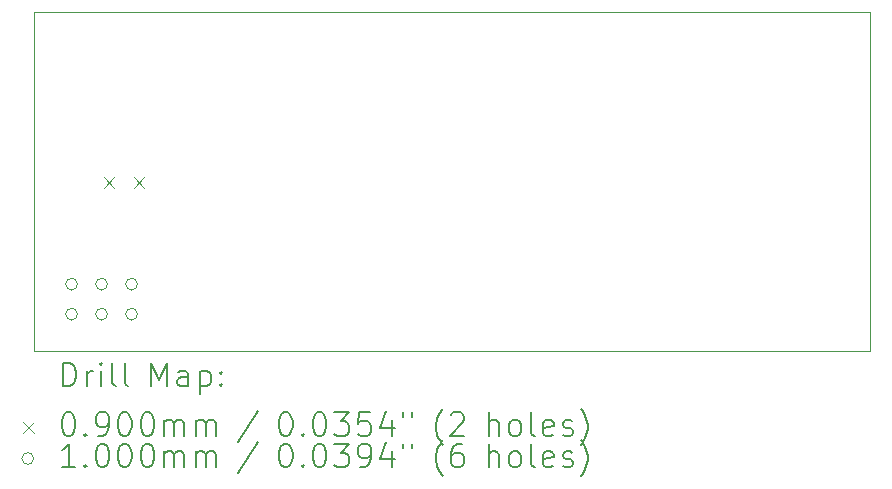
<source format=gbr>
%TF.GenerationSoftware,KiCad,Pcbnew,(6.99.0-2452-gdb4f2d9dd8)*%
%TF.CreationDate,2022-08-02T17:30:32-05:00*%
%TF.ProjectId,Blue Origin,426c7565-204f-4726-9967-696e2e6b6963,rev?*%
%TF.SameCoordinates,Original*%
%TF.FileFunction,Drillmap*%
%TF.FilePolarity,Positive*%
%FSLAX45Y45*%
G04 Gerber Fmt 4.5, Leading zero omitted, Abs format (unit mm)*
G04 Created by KiCad (PCBNEW (6.99.0-2452-gdb4f2d9dd8)) date 2022-08-02 17:30:32*
%MOMM*%
%LPD*%
G01*
G04 APERTURE LIST*
%ADD10C,0.100000*%
%ADD11C,0.200000*%
%ADD12C,0.090000*%
G04 APERTURE END LIST*
D10*
X10000000Y-4630000D02*
X17080000Y-4630000D01*
X17080000Y-4630000D02*
X17080000Y-7500000D01*
X17080000Y-7500000D02*
X10000000Y-7500000D01*
X10000000Y-7500000D02*
X10000000Y-4630000D01*
D11*
D12*
X10588000Y-6025000D02*
X10678000Y-6115000D01*
X10678000Y-6025000D02*
X10588000Y-6115000D01*
X10842000Y-6025000D02*
X10932000Y-6115000D01*
X10932000Y-6025000D02*
X10842000Y-6115000D01*
D10*
X10366000Y-6933000D02*
G75*
G03*
X10366000Y-6933000I-50000J0D01*
G01*
X10366000Y-7187000D02*
G75*
G03*
X10366000Y-7187000I-50000J0D01*
G01*
X10620000Y-6933000D02*
G75*
G03*
X10620000Y-6933000I-50000J0D01*
G01*
X10620000Y-7187000D02*
G75*
G03*
X10620000Y-7187000I-50000J0D01*
G01*
X10874000Y-6933000D02*
G75*
G03*
X10874000Y-6933000I-50000J0D01*
G01*
X10874000Y-7187000D02*
G75*
G03*
X10874000Y-7187000I-50000J0D01*
G01*
D11*
X10242619Y-7798476D02*
X10242619Y-7598476D01*
X10242619Y-7598476D02*
X10290238Y-7598476D01*
X10290238Y-7598476D02*
X10318810Y-7608000D01*
X10318810Y-7608000D02*
X10337857Y-7627048D01*
X10337857Y-7627048D02*
X10347381Y-7646095D01*
X10347381Y-7646095D02*
X10356905Y-7684190D01*
X10356905Y-7684190D02*
X10356905Y-7712762D01*
X10356905Y-7712762D02*
X10347381Y-7750857D01*
X10347381Y-7750857D02*
X10337857Y-7769905D01*
X10337857Y-7769905D02*
X10318810Y-7788952D01*
X10318810Y-7788952D02*
X10290238Y-7798476D01*
X10290238Y-7798476D02*
X10242619Y-7798476D01*
X10442619Y-7798476D02*
X10442619Y-7665143D01*
X10442619Y-7703238D02*
X10452143Y-7684190D01*
X10452143Y-7684190D02*
X10461667Y-7674667D01*
X10461667Y-7674667D02*
X10480714Y-7665143D01*
X10480714Y-7665143D02*
X10499762Y-7665143D01*
X10566429Y-7798476D02*
X10566429Y-7665143D01*
X10566429Y-7598476D02*
X10556905Y-7608000D01*
X10556905Y-7608000D02*
X10566429Y-7617524D01*
X10566429Y-7617524D02*
X10575952Y-7608000D01*
X10575952Y-7608000D02*
X10566429Y-7598476D01*
X10566429Y-7598476D02*
X10566429Y-7617524D01*
X10690238Y-7798476D02*
X10671190Y-7788952D01*
X10671190Y-7788952D02*
X10661667Y-7769905D01*
X10661667Y-7769905D02*
X10661667Y-7598476D01*
X10795000Y-7798476D02*
X10775952Y-7788952D01*
X10775952Y-7788952D02*
X10766429Y-7769905D01*
X10766429Y-7769905D02*
X10766429Y-7598476D01*
X10991190Y-7798476D02*
X10991190Y-7598476D01*
X10991190Y-7598476D02*
X11057857Y-7741333D01*
X11057857Y-7741333D02*
X11124524Y-7598476D01*
X11124524Y-7598476D02*
X11124524Y-7798476D01*
X11305476Y-7798476D02*
X11305476Y-7693714D01*
X11305476Y-7693714D02*
X11295952Y-7674667D01*
X11295952Y-7674667D02*
X11276905Y-7665143D01*
X11276905Y-7665143D02*
X11238809Y-7665143D01*
X11238809Y-7665143D02*
X11219762Y-7674667D01*
X11305476Y-7788952D02*
X11286428Y-7798476D01*
X11286428Y-7798476D02*
X11238809Y-7798476D01*
X11238809Y-7798476D02*
X11219762Y-7788952D01*
X11219762Y-7788952D02*
X11210238Y-7769905D01*
X11210238Y-7769905D02*
X11210238Y-7750857D01*
X11210238Y-7750857D02*
X11219762Y-7731809D01*
X11219762Y-7731809D02*
X11238809Y-7722286D01*
X11238809Y-7722286D02*
X11286428Y-7722286D01*
X11286428Y-7722286D02*
X11305476Y-7712762D01*
X11400714Y-7665143D02*
X11400714Y-7865143D01*
X11400714Y-7674667D02*
X11419762Y-7665143D01*
X11419762Y-7665143D02*
X11457857Y-7665143D01*
X11457857Y-7665143D02*
X11476905Y-7674667D01*
X11476905Y-7674667D02*
X11486428Y-7684190D01*
X11486428Y-7684190D02*
X11495952Y-7703238D01*
X11495952Y-7703238D02*
X11495952Y-7760381D01*
X11495952Y-7760381D02*
X11486428Y-7779428D01*
X11486428Y-7779428D02*
X11476905Y-7788952D01*
X11476905Y-7788952D02*
X11457857Y-7798476D01*
X11457857Y-7798476D02*
X11419762Y-7798476D01*
X11419762Y-7798476D02*
X11400714Y-7788952D01*
X11581667Y-7779428D02*
X11591190Y-7788952D01*
X11591190Y-7788952D02*
X11581667Y-7798476D01*
X11581667Y-7798476D02*
X11572143Y-7788952D01*
X11572143Y-7788952D02*
X11581667Y-7779428D01*
X11581667Y-7779428D02*
X11581667Y-7798476D01*
X11581667Y-7674667D02*
X11591190Y-7684190D01*
X11591190Y-7684190D02*
X11581667Y-7693714D01*
X11581667Y-7693714D02*
X11572143Y-7684190D01*
X11572143Y-7684190D02*
X11581667Y-7674667D01*
X11581667Y-7674667D02*
X11581667Y-7693714D01*
D12*
X9905000Y-8100000D02*
X9995000Y-8190000D01*
X9995000Y-8100000D02*
X9905000Y-8190000D01*
D11*
X10280714Y-8018476D02*
X10299762Y-8018476D01*
X10299762Y-8018476D02*
X10318810Y-8028000D01*
X10318810Y-8028000D02*
X10328333Y-8037524D01*
X10328333Y-8037524D02*
X10337857Y-8056571D01*
X10337857Y-8056571D02*
X10347381Y-8094667D01*
X10347381Y-8094667D02*
X10347381Y-8142286D01*
X10347381Y-8142286D02*
X10337857Y-8180381D01*
X10337857Y-8180381D02*
X10328333Y-8199428D01*
X10328333Y-8199428D02*
X10318810Y-8208952D01*
X10318810Y-8208952D02*
X10299762Y-8218476D01*
X10299762Y-8218476D02*
X10280714Y-8218476D01*
X10280714Y-8218476D02*
X10261667Y-8208952D01*
X10261667Y-8208952D02*
X10252143Y-8199428D01*
X10252143Y-8199428D02*
X10242619Y-8180381D01*
X10242619Y-8180381D02*
X10233095Y-8142286D01*
X10233095Y-8142286D02*
X10233095Y-8094667D01*
X10233095Y-8094667D02*
X10242619Y-8056571D01*
X10242619Y-8056571D02*
X10252143Y-8037524D01*
X10252143Y-8037524D02*
X10261667Y-8028000D01*
X10261667Y-8028000D02*
X10280714Y-8018476D01*
X10433095Y-8199428D02*
X10442619Y-8208952D01*
X10442619Y-8208952D02*
X10433095Y-8218476D01*
X10433095Y-8218476D02*
X10423571Y-8208952D01*
X10423571Y-8208952D02*
X10433095Y-8199428D01*
X10433095Y-8199428D02*
X10433095Y-8218476D01*
X10537857Y-8218476D02*
X10575952Y-8218476D01*
X10575952Y-8218476D02*
X10595000Y-8208952D01*
X10595000Y-8208952D02*
X10604524Y-8199428D01*
X10604524Y-8199428D02*
X10623571Y-8170857D01*
X10623571Y-8170857D02*
X10633095Y-8132762D01*
X10633095Y-8132762D02*
X10633095Y-8056571D01*
X10633095Y-8056571D02*
X10623571Y-8037524D01*
X10623571Y-8037524D02*
X10614048Y-8028000D01*
X10614048Y-8028000D02*
X10595000Y-8018476D01*
X10595000Y-8018476D02*
X10556905Y-8018476D01*
X10556905Y-8018476D02*
X10537857Y-8028000D01*
X10537857Y-8028000D02*
X10528333Y-8037524D01*
X10528333Y-8037524D02*
X10518810Y-8056571D01*
X10518810Y-8056571D02*
X10518810Y-8104190D01*
X10518810Y-8104190D02*
X10528333Y-8123238D01*
X10528333Y-8123238D02*
X10537857Y-8132762D01*
X10537857Y-8132762D02*
X10556905Y-8142286D01*
X10556905Y-8142286D02*
X10595000Y-8142286D01*
X10595000Y-8142286D02*
X10614048Y-8132762D01*
X10614048Y-8132762D02*
X10623571Y-8123238D01*
X10623571Y-8123238D02*
X10633095Y-8104190D01*
X10756905Y-8018476D02*
X10775952Y-8018476D01*
X10775952Y-8018476D02*
X10795000Y-8028000D01*
X10795000Y-8028000D02*
X10804524Y-8037524D01*
X10804524Y-8037524D02*
X10814048Y-8056571D01*
X10814048Y-8056571D02*
X10823571Y-8094667D01*
X10823571Y-8094667D02*
X10823571Y-8142286D01*
X10823571Y-8142286D02*
X10814048Y-8180381D01*
X10814048Y-8180381D02*
X10804524Y-8199428D01*
X10804524Y-8199428D02*
X10795000Y-8208952D01*
X10795000Y-8208952D02*
X10775952Y-8218476D01*
X10775952Y-8218476D02*
X10756905Y-8218476D01*
X10756905Y-8218476D02*
X10737857Y-8208952D01*
X10737857Y-8208952D02*
X10728333Y-8199428D01*
X10728333Y-8199428D02*
X10718810Y-8180381D01*
X10718810Y-8180381D02*
X10709286Y-8142286D01*
X10709286Y-8142286D02*
X10709286Y-8094667D01*
X10709286Y-8094667D02*
X10718810Y-8056571D01*
X10718810Y-8056571D02*
X10728333Y-8037524D01*
X10728333Y-8037524D02*
X10737857Y-8028000D01*
X10737857Y-8028000D02*
X10756905Y-8018476D01*
X10947381Y-8018476D02*
X10966429Y-8018476D01*
X10966429Y-8018476D02*
X10985476Y-8028000D01*
X10985476Y-8028000D02*
X10995000Y-8037524D01*
X10995000Y-8037524D02*
X11004524Y-8056571D01*
X11004524Y-8056571D02*
X11014048Y-8094667D01*
X11014048Y-8094667D02*
X11014048Y-8142286D01*
X11014048Y-8142286D02*
X11004524Y-8180381D01*
X11004524Y-8180381D02*
X10995000Y-8199428D01*
X10995000Y-8199428D02*
X10985476Y-8208952D01*
X10985476Y-8208952D02*
X10966429Y-8218476D01*
X10966429Y-8218476D02*
X10947381Y-8218476D01*
X10947381Y-8218476D02*
X10928333Y-8208952D01*
X10928333Y-8208952D02*
X10918810Y-8199428D01*
X10918810Y-8199428D02*
X10909286Y-8180381D01*
X10909286Y-8180381D02*
X10899762Y-8142286D01*
X10899762Y-8142286D02*
X10899762Y-8094667D01*
X10899762Y-8094667D02*
X10909286Y-8056571D01*
X10909286Y-8056571D02*
X10918810Y-8037524D01*
X10918810Y-8037524D02*
X10928333Y-8028000D01*
X10928333Y-8028000D02*
X10947381Y-8018476D01*
X11099762Y-8218476D02*
X11099762Y-8085143D01*
X11099762Y-8104190D02*
X11109286Y-8094667D01*
X11109286Y-8094667D02*
X11128333Y-8085143D01*
X11128333Y-8085143D02*
X11156905Y-8085143D01*
X11156905Y-8085143D02*
X11175952Y-8094667D01*
X11175952Y-8094667D02*
X11185476Y-8113714D01*
X11185476Y-8113714D02*
X11185476Y-8218476D01*
X11185476Y-8113714D02*
X11195000Y-8094667D01*
X11195000Y-8094667D02*
X11214048Y-8085143D01*
X11214048Y-8085143D02*
X11242619Y-8085143D01*
X11242619Y-8085143D02*
X11261667Y-8094667D01*
X11261667Y-8094667D02*
X11271190Y-8113714D01*
X11271190Y-8113714D02*
X11271190Y-8218476D01*
X11366429Y-8218476D02*
X11366429Y-8085143D01*
X11366429Y-8104190D02*
X11375952Y-8094667D01*
X11375952Y-8094667D02*
X11395000Y-8085143D01*
X11395000Y-8085143D02*
X11423571Y-8085143D01*
X11423571Y-8085143D02*
X11442619Y-8094667D01*
X11442619Y-8094667D02*
X11452143Y-8113714D01*
X11452143Y-8113714D02*
X11452143Y-8218476D01*
X11452143Y-8113714D02*
X11461667Y-8094667D01*
X11461667Y-8094667D02*
X11480714Y-8085143D01*
X11480714Y-8085143D02*
X11509286Y-8085143D01*
X11509286Y-8085143D02*
X11528333Y-8094667D01*
X11528333Y-8094667D02*
X11537857Y-8113714D01*
X11537857Y-8113714D02*
X11537857Y-8218476D01*
X11895952Y-8008952D02*
X11724524Y-8266095D01*
X12120714Y-8018476D02*
X12139762Y-8018476D01*
X12139762Y-8018476D02*
X12158810Y-8028000D01*
X12158810Y-8028000D02*
X12168333Y-8037524D01*
X12168333Y-8037524D02*
X12177857Y-8056571D01*
X12177857Y-8056571D02*
X12187381Y-8094667D01*
X12187381Y-8094667D02*
X12187381Y-8142286D01*
X12187381Y-8142286D02*
X12177857Y-8180381D01*
X12177857Y-8180381D02*
X12168333Y-8199428D01*
X12168333Y-8199428D02*
X12158810Y-8208952D01*
X12158810Y-8208952D02*
X12139762Y-8218476D01*
X12139762Y-8218476D02*
X12120714Y-8218476D01*
X12120714Y-8218476D02*
X12101667Y-8208952D01*
X12101667Y-8208952D02*
X12092143Y-8199428D01*
X12092143Y-8199428D02*
X12082619Y-8180381D01*
X12082619Y-8180381D02*
X12073095Y-8142286D01*
X12073095Y-8142286D02*
X12073095Y-8094667D01*
X12073095Y-8094667D02*
X12082619Y-8056571D01*
X12082619Y-8056571D02*
X12092143Y-8037524D01*
X12092143Y-8037524D02*
X12101667Y-8028000D01*
X12101667Y-8028000D02*
X12120714Y-8018476D01*
X12273095Y-8199428D02*
X12282619Y-8208952D01*
X12282619Y-8208952D02*
X12273095Y-8218476D01*
X12273095Y-8218476D02*
X12263571Y-8208952D01*
X12263571Y-8208952D02*
X12273095Y-8199428D01*
X12273095Y-8199428D02*
X12273095Y-8218476D01*
X12406429Y-8018476D02*
X12425476Y-8018476D01*
X12425476Y-8018476D02*
X12444524Y-8028000D01*
X12444524Y-8028000D02*
X12454048Y-8037524D01*
X12454048Y-8037524D02*
X12463571Y-8056571D01*
X12463571Y-8056571D02*
X12473095Y-8094667D01*
X12473095Y-8094667D02*
X12473095Y-8142286D01*
X12473095Y-8142286D02*
X12463571Y-8180381D01*
X12463571Y-8180381D02*
X12454048Y-8199428D01*
X12454048Y-8199428D02*
X12444524Y-8208952D01*
X12444524Y-8208952D02*
X12425476Y-8218476D01*
X12425476Y-8218476D02*
X12406429Y-8218476D01*
X12406429Y-8218476D02*
X12387381Y-8208952D01*
X12387381Y-8208952D02*
X12377857Y-8199428D01*
X12377857Y-8199428D02*
X12368333Y-8180381D01*
X12368333Y-8180381D02*
X12358810Y-8142286D01*
X12358810Y-8142286D02*
X12358810Y-8094667D01*
X12358810Y-8094667D02*
X12368333Y-8056571D01*
X12368333Y-8056571D02*
X12377857Y-8037524D01*
X12377857Y-8037524D02*
X12387381Y-8028000D01*
X12387381Y-8028000D02*
X12406429Y-8018476D01*
X12539762Y-8018476D02*
X12663571Y-8018476D01*
X12663571Y-8018476D02*
X12596905Y-8094667D01*
X12596905Y-8094667D02*
X12625476Y-8094667D01*
X12625476Y-8094667D02*
X12644524Y-8104190D01*
X12644524Y-8104190D02*
X12654048Y-8113714D01*
X12654048Y-8113714D02*
X12663571Y-8132762D01*
X12663571Y-8132762D02*
X12663571Y-8180381D01*
X12663571Y-8180381D02*
X12654048Y-8199428D01*
X12654048Y-8199428D02*
X12644524Y-8208952D01*
X12644524Y-8208952D02*
X12625476Y-8218476D01*
X12625476Y-8218476D02*
X12568333Y-8218476D01*
X12568333Y-8218476D02*
X12549286Y-8208952D01*
X12549286Y-8208952D02*
X12539762Y-8199428D01*
X12844524Y-8018476D02*
X12749286Y-8018476D01*
X12749286Y-8018476D02*
X12739762Y-8113714D01*
X12739762Y-8113714D02*
X12749286Y-8104190D01*
X12749286Y-8104190D02*
X12768333Y-8094667D01*
X12768333Y-8094667D02*
X12815952Y-8094667D01*
X12815952Y-8094667D02*
X12835000Y-8104190D01*
X12835000Y-8104190D02*
X12844524Y-8113714D01*
X12844524Y-8113714D02*
X12854048Y-8132762D01*
X12854048Y-8132762D02*
X12854048Y-8180381D01*
X12854048Y-8180381D02*
X12844524Y-8199428D01*
X12844524Y-8199428D02*
X12835000Y-8208952D01*
X12835000Y-8208952D02*
X12815952Y-8218476D01*
X12815952Y-8218476D02*
X12768333Y-8218476D01*
X12768333Y-8218476D02*
X12749286Y-8208952D01*
X12749286Y-8208952D02*
X12739762Y-8199428D01*
X13025476Y-8085143D02*
X13025476Y-8218476D01*
X12977857Y-8008952D02*
X12930238Y-8151809D01*
X12930238Y-8151809D02*
X13054048Y-8151809D01*
X13120714Y-8018476D02*
X13120714Y-8056571D01*
X13196905Y-8018476D02*
X13196905Y-8056571D01*
X13459762Y-8294667D02*
X13450238Y-8285143D01*
X13450238Y-8285143D02*
X13431191Y-8256571D01*
X13431191Y-8256571D02*
X13421667Y-8237524D01*
X13421667Y-8237524D02*
X13412143Y-8208952D01*
X13412143Y-8208952D02*
X13402619Y-8161333D01*
X13402619Y-8161333D02*
X13402619Y-8123238D01*
X13402619Y-8123238D02*
X13412143Y-8075619D01*
X13412143Y-8075619D02*
X13421667Y-8047048D01*
X13421667Y-8047048D02*
X13431191Y-8028000D01*
X13431191Y-8028000D02*
X13450238Y-7999428D01*
X13450238Y-7999428D02*
X13459762Y-7989905D01*
X13526429Y-8037524D02*
X13535952Y-8028000D01*
X13535952Y-8028000D02*
X13555000Y-8018476D01*
X13555000Y-8018476D02*
X13602619Y-8018476D01*
X13602619Y-8018476D02*
X13621667Y-8028000D01*
X13621667Y-8028000D02*
X13631191Y-8037524D01*
X13631191Y-8037524D02*
X13640714Y-8056571D01*
X13640714Y-8056571D02*
X13640714Y-8075619D01*
X13640714Y-8075619D02*
X13631191Y-8104190D01*
X13631191Y-8104190D02*
X13516905Y-8218476D01*
X13516905Y-8218476D02*
X13640714Y-8218476D01*
X13846429Y-8218476D02*
X13846429Y-8018476D01*
X13932143Y-8218476D02*
X13932143Y-8113714D01*
X13932143Y-8113714D02*
X13922619Y-8094667D01*
X13922619Y-8094667D02*
X13903572Y-8085143D01*
X13903572Y-8085143D02*
X13875000Y-8085143D01*
X13875000Y-8085143D02*
X13855952Y-8094667D01*
X13855952Y-8094667D02*
X13846429Y-8104190D01*
X14055952Y-8218476D02*
X14036905Y-8208952D01*
X14036905Y-8208952D02*
X14027381Y-8199428D01*
X14027381Y-8199428D02*
X14017857Y-8180381D01*
X14017857Y-8180381D02*
X14017857Y-8123238D01*
X14017857Y-8123238D02*
X14027381Y-8104190D01*
X14027381Y-8104190D02*
X14036905Y-8094667D01*
X14036905Y-8094667D02*
X14055952Y-8085143D01*
X14055952Y-8085143D02*
X14084524Y-8085143D01*
X14084524Y-8085143D02*
X14103572Y-8094667D01*
X14103572Y-8094667D02*
X14113095Y-8104190D01*
X14113095Y-8104190D02*
X14122619Y-8123238D01*
X14122619Y-8123238D02*
X14122619Y-8180381D01*
X14122619Y-8180381D02*
X14113095Y-8199428D01*
X14113095Y-8199428D02*
X14103572Y-8208952D01*
X14103572Y-8208952D02*
X14084524Y-8218476D01*
X14084524Y-8218476D02*
X14055952Y-8218476D01*
X14236905Y-8218476D02*
X14217857Y-8208952D01*
X14217857Y-8208952D02*
X14208333Y-8189905D01*
X14208333Y-8189905D02*
X14208333Y-8018476D01*
X14389286Y-8208952D02*
X14370238Y-8218476D01*
X14370238Y-8218476D02*
X14332143Y-8218476D01*
X14332143Y-8218476D02*
X14313095Y-8208952D01*
X14313095Y-8208952D02*
X14303572Y-8189905D01*
X14303572Y-8189905D02*
X14303572Y-8113714D01*
X14303572Y-8113714D02*
X14313095Y-8094667D01*
X14313095Y-8094667D02*
X14332143Y-8085143D01*
X14332143Y-8085143D02*
X14370238Y-8085143D01*
X14370238Y-8085143D02*
X14389286Y-8094667D01*
X14389286Y-8094667D02*
X14398810Y-8113714D01*
X14398810Y-8113714D02*
X14398810Y-8132762D01*
X14398810Y-8132762D02*
X14303572Y-8151809D01*
X14475000Y-8208952D02*
X14494048Y-8218476D01*
X14494048Y-8218476D02*
X14532143Y-8218476D01*
X14532143Y-8218476D02*
X14551191Y-8208952D01*
X14551191Y-8208952D02*
X14560714Y-8189905D01*
X14560714Y-8189905D02*
X14560714Y-8180381D01*
X14560714Y-8180381D02*
X14551191Y-8161333D01*
X14551191Y-8161333D02*
X14532143Y-8151809D01*
X14532143Y-8151809D02*
X14503572Y-8151809D01*
X14503572Y-8151809D02*
X14484524Y-8142286D01*
X14484524Y-8142286D02*
X14475000Y-8123238D01*
X14475000Y-8123238D02*
X14475000Y-8113714D01*
X14475000Y-8113714D02*
X14484524Y-8094667D01*
X14484524Y-8094667D02*
X14503572Y-8085143D01*
X14503572Y-8085143D02*
X14532143Y-8085143D01*
X14532143Y-8085143D02*
X14551191Y-8094667D01*
X14627381Y-8294667D02*
X14636905Y-8285143D01*
X14636905Y-8285143D02*
X14655953Y-8256571D01*
X14655953Y-8256571D02*
X14665476Y-8237524D01*
X14665476Y-8237524D02*
X14675000Y-8208952D01*
X14675000Y-8208952D02*
X14684524Y-8161333D01*
X14684524Y-8161333D02*
X14684524Y-8123238D01*
X14684524Y-8123238D02*
X14675000Y-8075619D01*
X14675000Y-8075619D02*
X14665476Y-8047048D01*
X14665476Y-8047048D02*
X14655953Y-8028000D01*
X14655953Y-8028000D02*
X14636905Y-7999428D01*
X14636905Y-7999428D02*
X14627381Y-7989905D01*
D10*
X9995000Y-8409000D02*
G75*
G03*
X9995000Y-8409000I-50000J0D01*
G01*
D11*
X10347381Y-8482476D02*
X10233095Y-8482476D01*
X10290238Y-8482476D02*
X10290238Y-8282476D01*
X10290238Y-8282476D02*
X10271190Y-8311048D01*
X10271190Y-8311048D02*
X10252143Y-8330095D01*
X10252143Y-8330095D02*
X10233095Y-8339619D01*
X10433095Y-8463429D02*
X10442619Y-8472952D01*
X10442619Y-8472952D02*
X10433095Y-8482476D01*
X10433095Y-8482476D02*
X10423571Y-8472952D01*
X10423571Y-8472952D02*
X10433095Y-8463429D01*
X10433095Y-8463429D02*
X10433095Y-8482476D01*
X10566429Y-8282476D02*
X10585476Y-8282476D01*
X10585476Y-8282476D02*
X10604524Y-8292000D01*
X10604524Y-8292000D02*
X10614048Y-8301524D01*
X10614048Y-8301524D02*
X10623571Y-8320571D01*
X10623571Y-8320571D02*
X10633095Y-8358667D01*
X10633095Y-8358667D02*
X10633095Y-8406286D01*
X10633095Y-8406286D02*
X10623571Y-8444381D01*
X10623571Y-8444381D02*
X10614048Y-8463429D01*
X10614048Y-8463429D02*
X10604524Y-8472952D01*
X10604524Y-8472952D02*
X10585476Y-8482476D01*
X10585476Y-8482476D02*
X10566429Y-8482476D01*
X10566429Y-8482476D02*
X10547381Y-8472952D01*
X10547381Y-8472952D02*
X10537857Y-8463429D01*
X10537857Y-8463429D02*
X10528333Y-8444381D01*
X10528333Y-8444381D02*
X10518810Y-8406286D01*
X10518810Y-8406286D02*
X10518810Y-8358667D01*
X10518810Y-8358667D02*
X10528333Y-8320571D01*
X10528333Y-8320571D02*
X10537857Y-8301524D01*
X10537857Y-8301524D02*
X10547381Y-8292000D01*
X10547381Y-8292000D02*
X10566429Y-8282476D01*
X10756905Y-8282476D02*
X10775952Y-8282476D01*
X10775952Y-8282476D02*
X10795000Y-8292000D01*
X10795000Y-8292000D02*
X10804524Y-8301524D01*
X10804524Y-8301524D02*
X10814048Y-8320571D01*
X10814048Y-8320571D02*
X10823571Y-8358667D01*
X10823571Y-8358667D02*
X10823571Y-8406286D01*
X10823571Y-8406286D02*
X10814048Y-8444381D01*
X10814048Y-8444381D02*
X10804524Y-8463429D01*
X10804524Y-8463429D02*
X10795000Y-8472952D01*
X10795000Y-8472952D02*
X10775952Y-8482476D01*
X10775952Y-8482476D02*
X10756905Y-8482476D01*
X10756905Y-8482476D02*
X10737857Y-8472952D01*
X10737857Y-8472952D02*
X10728333Y-8463429D01*
X10728333Y-8463429D02*
X10718810Y-8444381D01*
X10718810Y-8444381D02*
X10709286Y-8406286D01*
X10709286Y-8406286D02*
X10709286Y-8358667D01*
X10709286Y-8358667D02*
X10718810Y-8320571D01*
X10718810Y-8320571D02*
X10728333Y-8301524D01*
X10728333Y-8301524D02*
X10737857Y-8292000D01*
X10737857Y-8292000D02*
X10756905Y-8282476D01*
X10947381Y-8282476D02*
X10966429Y-8282476D01*
X10966429Y-8282476D02*
X10985476Y-8292000D01*
X10985476Y-8292000D02*
X10995000Y-8301524D01*
X10995000Y-8301524D02*
X11004524Y-8320571D01*
X11004524Y-8320571D02*
X11014048Y-8358667D01*
X11014048Y-8358667D02*
X11014048Y-8406286D01*
X11014048Y-8406286D02*
X11004524Y-8444381D01*
X11004524Y-8444381D02*
X10995000Y-8463429D01*
X10995000Y-8463429D02*
X10985476Y-8472952D01*
X10985476Y-8472952D02*
X10966429Y-8482476D01*
X10966429Y-8482476D02*
X10947381Y-8482476D01*
X10947381Y-8482476D02*
X10928333Y-8472952D01*
X10928333Y-8472952D02*
X10918810Y-8463429D01*
X10918810Y-8463429D02*
X10909286Y-8444381D01*
X10909286Y-8444381D02*
X10899762Y-8406286D01*
X10899762Y-8406286D02*
X10899762Y-8358667D01*
X10899762Y-8358667D02*
X10909286Y-8320571D01*
X10909286Y-8320571D02*
X10918810Y-8301524D01*
X10918810Y-8301524D02*
X10928333Y-8292000D01*
X10928333Y-8292000D02*
X10947381Y-8282476D01*
X11099762Y-8482476D02*
X11099762Y-8349143D01*
X11099762Y-8368190D02*
X11109286Y-8358667D01*
X11109286Y-8358667D02*
X11128333Y-8349143D01*
X11128333Y-8349143D02*
X11156905Y-8349143D01*
X11156905Y-8349143D02*
X11175952Y-8358667D01*
X11175952Y-8358667D02*
X11185476Y-8377714D01*
X11185476Y-8377714D02*
X11185476Y-8482476D01*
X11185476Y-8377714D02*
X11195000Y-8358667D01*
X11195000Y-8358667D02*
X11214048Y-8349143D01*
X11214048Y-8349143D02*
X11242619Y-8349143D01*
X11242619Y-8349143D02*
X11261667Y-8358667D01*
X11261667Y-8358667D02*
X11271190Y-8377714D01*
X11271190Y-8377714D02*
X11271190Y-8482476D01*
X11366429Y-8482476D02*
X11366429Y-8349143D01*
X11366429Y-8368190D02*
X11375952Y-8358667D01*
X11375952Y-8358667D02*
X11395000Y-8349143D01*
X11395000Y-8349143D02*
X11423571Y-8349143D01*
X11423571Y-8349143D02*
X11442619Y-8358667D01*
X11442619Y-8358667D02*
X11452143Y-8377714D01*
X11452143Y-8377714D02*
X11452143Y-8482476D01*
X11452143Y-8377714D02*
X11461667Y-8358667D01*
X11461667Y-8358667D02*
X11480714Y-8349143D01*
X11480714Y-8349143D02*
X11509286Y-8349143D01*
X11509286Y-8349143D02*
X11528333Y-8358667D01*
X11528333Y-8358667D02*
X11537857Y-8377714D01*
X11537857Y-8377714D02*
X11537857Y-8482476D01*
X11895952Y-8272952D02*
X11724524Y-8530095D01*
X12120714Y-8282476D02*
X12139762Y-8282476D01*
X12139762Y-8282476D02*
X12158810Y-8292000D01*
X12158810Y-8292000D02*
X12168333Y-8301524D01*
X12168333Y-8301524D02*
X12177857Y-8320571D01*
X12177857Y-8320571D02*
X12187381Y-8358667D01*
X12187381Y-8358667D02*
X12187381Y-8406286D01*
X12187381Y-8406286D02*
X12177857Y-8444381D01*
X12177857Y-8444381D02*
X12168333Y-8463429D01*
X12168333Y-8463429D02*
X12158810Y-8472952D01*
X12158810Y-8472952D02*
X12139762Y-8482476D01*
X12139762Y-8482476D02*
X12120714Y-8482476D01*
X12120714Y-8482476D02*
X12101667Y-8472952D01*
X12101667Y-8472952D02*
X12092143Y-8463429D01*
X12092143Y-8463429D02*
X12082619Y-8444381D01*
X12082619Y-8444381D02*
X12073095Y-8406286D01*
X12073095Y-8406286D02*
X12073095Y-8358667D01*
X12073095Y-8358667D02*
X12082619Y-8320571D01*
X12082619Y-8320571D02*
X12092143Y-8301524D01*
X12092143Y-8301524D02*
X12101667Y-8292000D01*
X12101667Y-8292000D02*
X12120714Y-8282476D01*
X12273095Y-8463429D02*
X12282619Y-8472952D01*
X12282619Y-8472952D02*
X12273095Y-8482476D01*
X12273095Y-8482476D02*
X12263571Y-8472952D01*
X12263571Y-8472952D02*
X12273095Y-8463429D01*
X12273095Y-8463429D02*
X12273095Y-8482476D01*
X12406429Y-8282476D02*
X12425476Y-8282476D01*
X12425476Y-8282476D02*
X12444524Y-8292000D01*
X12444524Y-8292000D02*
X12454048Y-8301524D01*
X12454048Y-8301524D02*
X12463571Y-8320571D01*
X12463571Y-8320571D02*
X12473095Y-8358667D01*
X12473095Y-8358667D02*
X12473095Y-8406286D01*
X12473095Y-8406286D02*
X12463571Y-8444381D01*
X12463571Y-8444381D02*
X12454048Y-8463429D01*
X12454048Y-8463429D02*
X12444524Y-8472952D01*
X12444524Y-8472952D02*
X12425476Y-8482476D01*
X12425476Y-8482476D02*
X12406429Y-8482476D01*
X12406429Y-8482476D02*
X12387381Y-8472952D01*
X12387381Y-8472952D02*
X12377857Y-8463429D01*
X12377857Y-8463429D02*
X12368333Y-8444381D01*
X12368333Y-8444381D02*
X12358810Y-8406286D01*
X12358810Y-8406286D02*
X12358810Y-8358667D01*
X12358810Y-8358667D02*
X12368333Y-8320571D01*
X12368333Y-8320571D02*
X12377857Y-8301524D01*
X12377857Y-8301524D02*
X12387381Y-8292000D01*
X12387381Y-8292000D02*
X12406429Y-8282476D01*
X12539762Y-8282476D02*
X12663571Y-8282476D01*
X12663571Y-8282476D02*
X12596905Y-8358667D01*
X12596905Y-8358667D02*
X12625476Y-8358667D01*
X12625476Y-8358667D02*
X12644524Y-8368190D01*
X12644524Y-8368190D02*
X12654048Y-8377714D01*
X12654048Y-8377714D02*
X12663571Y-8396762D01*
X12663571Y-8396762D02*
X12663571Y-8444381D01*
X12663571Y-8444381D02*
X12654048Y-8463429D01*
X12654048Y-8463429D02*
X12644524Y-8472952D01*
X12644524Y-8472952D02*
X12625476Y-8482476D01*
X12625476Y-8482476D02*
X12568333Y-8482476D01*
X12568333Y-8482476D02*
X12549286Y-8472952D01*
X12549286Y-8472952D02*
X12539762Y-8463429D01*
X12758810Y-8482476D02*
X12796905Y-8482476D01*
X12796905Y-8482476D02*
X12815952Y-8472952D01*
X12815952Y-8472952D02*
X12825476Y-8463429D01*
X12825476Y-8463429D02*
X12844524Y-8434857D01*
X12844524Y-8434857D02*
X12854048Y-8396762D01*
X12854048Y-8396762D02*
X12854048Y-8320571D01*
X12854048Y-8320571D02*
X12844524Y-8301524D01*
X12844524Y-8301524D02*
X12835000Y-8292000D01*
X12835000Y-8292000D02*
X12815952Y-8282476D01*
X12815952Y-8282476D02*
X12777857Y-8282476D01*
X12777857Y-8282476D02*
X12758810Y-8292000D01*
X12758810Y-8292000D02*
X12749286Y-8301524D01*
X12749286Y-8301524D02*
X12739762Y-8320571D01*
X12739762Y-8320571D02*
X12739762Y-8368190D01*
X12739762Y-8368190D02*
X12749286Y-8387238D01*
X12749286Y-8387238D02*
X12758810Y-8396762D01*
X12758810Y-8396762D02*
X12777857Y-8406286D01*
X12777857Y-8406286D02*
X12815952Y-8406286D01*
X12815952Y-8406286D02*
X12835000Y-8396762D01*
X12835000Y-8396762D02*
X12844524Y-8387238D01*
X12844524Y-8387238D02*
X12854048Y-8368190D01*
X13025476Y-8349143D02*
X13025476Y-8482476D01*
X12977857Y-8272952D02*
X12930238Y-8415810D01*
X12930238Y-8415810D02*
X13054048Y-8415810D01*
X13120714Y-8282476D02*
X13120714Y-8320571D01*
X13196905Y-8282476D02*
X13196905Y-8320571D01*
X13459762Y-8558667D02*
X13450238Y-8549143D01*
X13450238Y-8549143D02*
X13431191Y-8520571D01*
X13431191Y-8520571D02*
X13421667Y-8501524D01*
X13421667Y-8501524D02*
X13412143Y-8472952D01*
X13412143Y-8472952D02*
X13402619Y-8425333D01*
X13402619Y-8425333D02*
X13402619Y-8387238D01*
X13402619Y-8387238D02*
X13412143Y-8339619D01*
X13412143Y-8339619D02*
X13421667Y-8311048D01*
X13421667Y-8311048D02*
X13431191Y-8292000D01*
X13431191Y-8292000D02*
X13450238Y-8263428D01*
X13450238Y-8263428D02*
X13459762Y-8253905D01*
X13621667Y-8282476D02*
X13583571Y-8282476D01*
X13583571Y-8282476D02*
X13564524Y-8292000D01*
X13564524Y-8292000D02*
X13555000Y-8301524D01*
X13555000Y-8301524D02*
X13535952Y-8330095D01*
X13535952Y-8330095D02*
X13526429Y-8368190D01*
X13526429Y-8368190D02*
X13526429Y-8444381D01*
X13526429Y-8444381D02*
X13535952Y-8463429D01*
X13535952Y-8463429D02*
X13545476Y-8472952D01*
X13545476Y-8472952D02*
X13564524Y-8482476D01*
X13564524Y-8482476D02*
X13602619Y-8482476D01*
X13602619Y-8482476D02*
X13621667Y-8472952D01*
X13621667Y-8472952D02*
X13631191Y-8463429D01*
X13631191Y-8463429D02*
X13640714Y-8444381D01*
X13640714Y-8444381D02*
X13640714Y-8396762D01*
X13640714Y-8396762D02*
X13631191Y-8377714D01*
X13631191Y-8377714D02*
X13621667Y-8368190D01*
X13621667Y-8368190D02*
X13602619Y-8358667D01*
X13602619Y-8358667D02*
X13564524Y-8358667D01*
X13564524Y-8358667D02*
X13545476Y-8368190D01*
X13545476Y-8368190D02*
X13535952Y-8377714D01*
X13535952Y-8377714D02*
X13526429Y-8396762D01*
X13846429Y-8482476D02*
X13846429Y-8282476D01*
X13932143Y-8482476D02*
X13932143Y-8377714D01*
X13932143Y-8377714D02*
X13922619Y-8358667D01*
X13922619Y-8358667D02*
X13903572Y-8349143D01*
X13903572Y-8349143D02*
X13875000Y-8349143D01*
X13875000Y-8349143D02*
X13855952Y-8358667D01*
X13855952Y-8358667D02*
X13846429Y-8368190D01*
X14055952Y-8482476D02*
X14036905Y-8472952D01*
X14036905Y-8472952D02*
X14027381Y-8463429D01*
X14027381Y-8463429D02*
X14017857Y-8444381D01*
X14017857Y-8444381D02*
X14017857Y-8387238D01*
X14017857Y-8387238D02*
X14027381Y-8368190D01*
X14027381Y-8368190D02*
X14036905Y-8358667D01*
X14036905Y-8358667D02*
X14055952Y-8349143D01*
X14055952Y-8349143D02*
X14084524Y-8349143D01*
X14084524Y-8349143D02*
X14103572Y-8358667D01*
X14103572Y-8358667D02*
X14113095Y-8368190D01*
X14113095Y-8368190D02*
X14122619Y-8387238D01*
X14122619Y-8387238D02*
X14122619Y-8444381D01*
X14122619Y-8444381D02*
X14113095Y-8463429D01*
X14113095Y-8463429D02*
X14103572Y-8472952D01*
X14103572Y-8472952D02*
X14084524Y-8482476D01*
X14084524Y-8482476D02*
X14055952Y-8482476D01*
X14236905Y-8482476D02*
X14217857Y-8472952D01*
X14217857Y-8472952D02*
X14208333Y-8453905D01*
X14208333Y-8453905D02*
X14208333Y-8282476D01*
X14389286Y-8472952D02*
X14370238Y-8482476D01*
X14370238Y-8482476D02*
X14332143Y-8482476D01*
X14332143Y-8482476D02*
X14313095Y-8472952D01*
X14313095Y-8472952D02*
X14303572Y-8453905D01*
X14303572Y-8453905D02*
X14303572Y-8377714D01*
X14303572Y-8377714D02*
X14313095Y-8358667D01*
X14313095Y-8358667D02*
X14332143Y-8349143D01*
X14332143Y-8349143D02*
X14370238Y-8349143D01*
X14370238Y-8349143D02*
X14389286Y-8358667D01*
X14389286Y-8358667D02*
X14398810Y-8377714D01*
X14398810Y-8377714D02*
X14398810Y-8396762D01*
X14398810Y-8396762D02*
X14303572Y-8415810D01*
X14475000Y-8472952D02*
X14494048Y-8482476D01*
X14494048Y-8482476D02*
X14532143Y-8482476D01*
X14532143Y-8482476D02*
X14551191Y-8472952D01*
X14551191Y-8472952D02*
X14560714Y-8453905D01*
X14560714Y-8453905D02*
X14560714Y-8444381D01*
X14560714Y-8444381D02*
X14551191Y-8425333D01*
X14551191Y-8425333D02*
X14532143Y-8415810D01*
X14532143Y-8415810D02*
X14503572Y-8415810D01*
X14503572Y-8415810D02*
X14484524Y-8406286D01*
X14484524Y-8406286D02*
X14475000Y-8387238D01*
X14475000Y-8387238D02*
X14475000Y-8377714D01*
X14475000Y-8377714D02*
X14484524Y-8358667D01*
X14484524Y-8358667D02*
X14503572Y-8349143D01*
X14503572Y-8349143D02*
X14532143Y-8349143D01*
X14532143Y-8349143D02*
X14551191Y-8358667D01*
X14627381Y-8558667D02*
X14636905Y-8549143D01*
X14636905Y-8549143D02*
X14655953Y-8520571D01*
X14655953Y-8520571D02*
X14665476Y-8501524D01*
X14665476Y-8501524D02*
X14675000Y-8472952D01*
X14675000Y-8472952D02*
X14684524Y-8425333D01*
X14684524Y-8425333D02*
X14684524Y-8387238D01*
X14684524Y-8387238D02*
X14675000Y-8339619D01*
X14675000Y-8339619D02*
X14665476Y-8311048D01*
X14665476Y-8311048D02*
X14655953Y-8292000D01*
X14655953Y-8292000D02*
X14636905Y-8263428D01*
X14636905Y-8263428D02*
X14627381Y-8253905D01*
M02*

</source>
